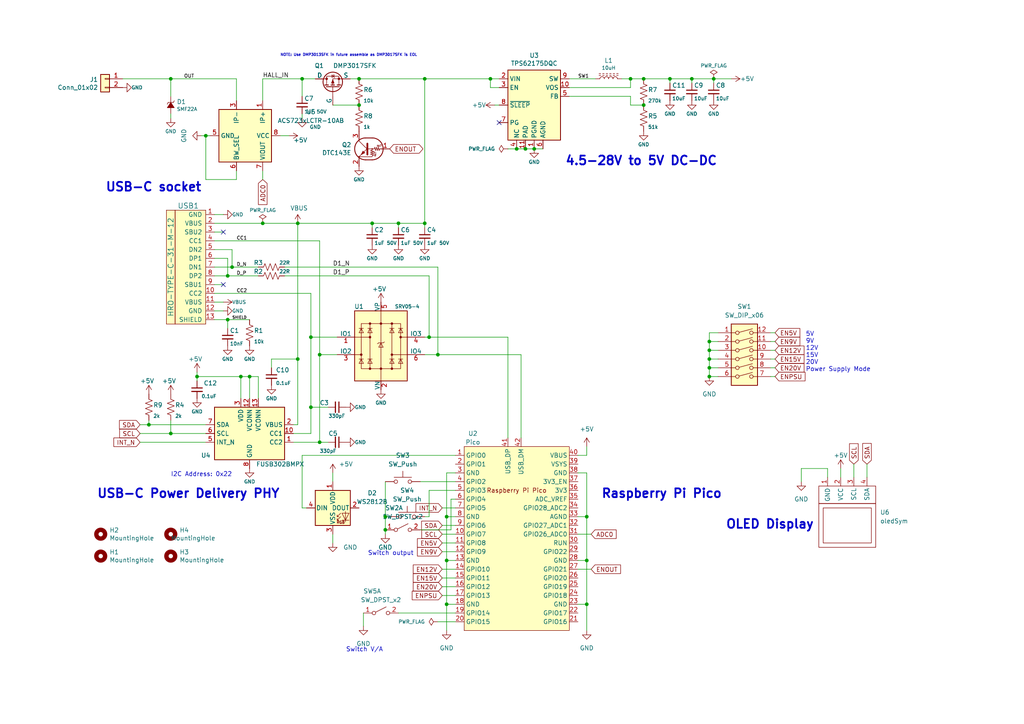
<source format=kicad_sch>
(kicad_sch (version 20230121) (generator eeschema)
  (paper "A4")
  (lib_symbols
    (symbol "-Chip:FUSB302BMPX"
      (property "Reference" "U" (at -10.16 8.89 0))
      (property "Value" "FUSB302BMPX" (at 3.81 8.89 0))
      (symbol "FUSB302BMPX_1_1"
        (pin bidirectional line (at 12.7 -2.54 180) (length 2.54) (name "CC2") (number "1"))
        (pin bidirectional line (at 12.7 0 180) (length 2.54) (name "CC1") (number "10"))
        (pin bidirectional line (at 12.7 0 180) (length 2.54) hide (name "CC1") (number "11"))
        (pin power_in line (at 0 10.16 270) (length 2.54) (name "VCONN") (number "12"))
        (pin power_in line (at 2.54 10.16 270) (length 2.54) (name "VCONN") (number "13"))
        (pin bidirectional line (at 12.7 -2.54 180) (length 2.54) hide (name "CC2") (number "14"))
        (pin passive line (at 0 -10.16 90) (length 2.54) hide (name "GND") (number "15"))
        (pin input line (at 12.7 2.54 180) (length 2.54) (name "VBUS") (number "2"))
        (pin power_in line (at -2.54 10.16 270) (length 2.54) (name "VDD") (number "3"))
        (pin passive line (at -2.54 10.16 270) (length 2.54) hide (name "VDD") (number "4"))
        (pin open_collector line (at -12.7 -2.54 0) (length 2.54) (name "INT_N") (number "5"))
        (pin input line (at -12.7 0 0) (length 2.54) (name "SCL") (number "6"))
        (pin bidirectional line (at -12.7 2.54 0) (length 2.54) (name "SDA") (number "7"))
        (pin power_in line (at 0 -10.16 90) (length 2.54) (name "GND") (number "8"))
        (pin passive line (at 0 -10.16 90) (length 2.54) hide (name "GND") (number "9"))
      )
    )
    (symbol "-Chip:SRV05-4" (pin_names (offset 0))
      (property "Reference" "U" (at -5.08 11.43 0))
      (property "Value" "SRV05-4" (at 2.54 11.43 0))
      (symbol "SRV05-4_1_1"
        (pin passive line (at -12.7 2.54 0) (length 5.08) (name "IO1") (number "1"))
        (pin power_in line (at 0 -12.7 90) (length 2.54) (name "VN") (number "2"))
        (pin passive line (at -12.7 -2.54 0) (length 5.08) (name "IO2") (number "3"))
        (pin passive line (at 12.7 2.54 180) (length 5.08) (name "IO3") (number "4"))
        (pin power_in line (at 0 12.7 270) (length 2.54) (name "VP") (number "5"))
        (pin passive line (at 12.7 -2.54 180) (length 5.08) (name "IO4") (number "6"))
      )
    )
    (symbol "-Chip:TPS62175DQC"
      (property "Reference" "U" (at -7.62 11.43 0))
      (property "Value" "TPS62175DQC" (at -1.27 11.43 0))
      (symbol "TPS62175DQC_1_1"
        (pin power_in line (at 0 -12.7 90) (length 2.54) (name "PGND") (number "1"))
        (pin input line (at 10.16 5.08 180) (length 2.54) (name "VOS") (number "10"))
        (pin power_in line (at -2.54 -12.7 90) (length 2.54) (name "PAD") (number "11"))
        (pin power_in line (at -10.16 7.62 0) (length 2.54) (name "VIN") (number "2"))
        (pin input line (at -10.16 5.08 0) (length 2.54) (name "EN") (number "3"))
        (pin passive line (at -5.08 -12.7 90) (length 2.54) (name "NC") (number "4"))
        (pin input line (at 10.16 2.54 180) (length 2.54) (name "FB") (number "5"))
        (pin power_in line (at 2.54 -12.7 90) (length 2.54) (name "AGND") (number "6"))
        (pin output line (at -10.16 -5.08 0) (length 2.54) (name "PG") (number "7"))
        (pin input line (at -10.16 0 0) (length 2.54) (name "~{SLEEP}") (number "8"))
        (pin power_out line (at 10.16 7.62 180) (length 2.54) (name "SW") (number "9"))
      )
    )
    (symbol "-Connector:Conn_01x02" (pin_names (offset 1.016) hide)
      (property "Reference" "J" (at 0 2.54 0))
      (property "Value" "Conn_01x02" (at 0 -5.08 0))
      (symbol "Conn_01x02_1_1"
        (pin passive line (at -5.08 0 0) (length 3.81) (name "Pin_1") (number "1"))
        (pin passive line (at -5.08 -2.54 0) (length 3.81) (name "Pin_2") (number "2"))
      )
    )
    (symbol "-Connector:HRO-TYPE-C-31-M-12" (pin_names (offset 1.016))
      (property "Reference" "USB" (at -5.08 16.51 0))
      (property "Value" "HRO-TYPE-C-31-M-12" (at -10.16 -1.27 90))
      (symbol "HRO-TYPE-C-31-M-12_1_1"
        (pin input line (at 2.54 13.97 180) (length 2.54) (name "GND") (number "1"))
        (pin input line (at 2.54 -8.89 180) (length 2.54) (name "CC2") (number "10"))
        (pin input line (at 2.54 -11.43 180) (length 2.54) (name "VBUS") (number "11"))
        (pin input line (at 2.54 -13.97 180) (length 2.54) (name "GND") (number "12"))
        (pin input line (at 2.54 -16.51 180) (length 2.54) (name "SHIELD") (number "13"))
        (pin input line (at 2.54 11.43 180) (length 2.54) (name "VBUS") (number "2"))
        (pin input line (at 2.54 8.89 180) (length 2.54) (name "SBU2") (number "3"))
        (pin input line (at 2.54 6.35 180) (length 2.54) (name "CC1") (number "4"))
        (pin input line (at 2.54 3.81 180) (length 2.54) (name "DN2") (number "5"))
        (pin input line (at 2.54 1.27 180) (length 2.54) (name "DP1") (number "6"))
        (pin input line (at 2.54 -1.27 180) (length 2.54) (name "DN1") (number "7"))
        (pin input line (at 2.54 -3.81 180) (length 2.54) (name "DP2") (number "8"))
        (pin input line (at 2.54 -6.35 180) (length 2.54) (name "SBU1") (number "9"))
      )
    )
    (symbol "-Connector:MountingHole" (pin_names (offset 1.016))
      (property "Reference" "H" (at 0 5.08 0))
      (property "Value" "MountingHole" (at 0 3.175 0))
    )
    (symbol "-Discrete:DMP3017SFK" (pin_numbers hide) (pin_names (offset 0))
      (property "Reference" "Q" (at 5.08 1.905 0))
      (property "Value" "DMP3017SFK" (at 5.08 0 0))
      (symbol "DMP3017SFK_1_1"
        (pin passive line (at 2.54 -5.08 90) (length 2.54) (name "S") (number "1"))
        (pin passive line (at 2.54 -5.08 90) (length 2.54) (name "S") (number "2"))
        (pin input line (at -5.08 0 0) (length 2.54) (name "G") (number "3"))
        (pin passive line (at 2.54 5.08 270) (length 2.54) (name "D") (number "4"))
        (pin passive line (at 2.54 5.08 270) (length 2.54) (name "D") (number "5"))
        (pin passive line (at 2.54 5.08 270) (length 2.54) (name "D") (number "6"))
      )
    )
    (symbol "-Discrete:DTC143E" (pin_names (offset 0) hide)
      (property "Reference" "Q" (at 5.08 1.905 0))
      (property "Value" "DTC143E" (at 5.08 0 0))
      (symbol "DTC143E_0_0"
        (text "4k7" (at -3.302 0.889 0) (effects (font (size 0.508 0.508))))
        (text "4k7" (at -2.159 -1.524 900) (effects (font (size 0.508 0.508))))
      )
      (symbol "DTC143E_1_1"
        (pin input line (at -6.35 0 0) (length 2.54) (name "B") (number "1"))
        (pin passive line (at 2.54 -5.08 90) (length 2.54) (name "E") (number "2"))
        (pin passive line (at 2.54 5.08 270) (length 2.54) (name "C") (number "3"))
      )
    )
    (symbol "-Discrete:Diode_TVS" (pin_numbers hide) (pin_names (offset 0.254) hide)
      (property "Reference" "D" (at 1.27 1.27 0))
      (property "Value" "Diode_TVS" (at 1.27 -1.27 0))
      (symbol "Diode_TVS_1_1"
        (pin passive line (at 0 2.54 270) (length 1.778) (name "K") (number "1"))
        (pin passive line (at 0 -2.54 90) (length 1.778) (name "A") (number "2"))
      )
    )
    (symbol "-Flag:+5V" (power) (pin_names (offset 0))
      (property "Value" "+5V" (at 0 3.556 0))
      (symbol "+5V_1_1"
        (pin power_in line (at 0 0 90) (length 0) hide (name "+5V") (number "1"))
      )
    )
    (symbol "-Flag:GND" (power) (pin_names (offset 0))
      (property "Value" "GND" (at 0 -3.81 0))
      (symbol "GND_1_1"
        (pin power_in line (at 0 0 270) (length 0) hide (name "GND") (number "1"))
      )
    )
    (symbol "-Flag:PWR_FLAG" (power) (pin_numbers hide) (pin_names (offset 0) hide)
      (property "Value" "PWR_FLAG" (at 0 3.81 0))
      (symbol "PWR_FLAG_0_0"
        (pin power_out line (at 0 0 90) (length 0) (name "pwr") (number "1"))
      )
    )
    (symbol "-Flag:VBUS" (power) (pin_names (offset 0))
      (property "Value" "VBUS" (at 0 -3.81 0))
      (symbol "VBUS_1_1"
        (pin power_in line (at 0 0 90) (length 0) hide (name "VBUS") (number "1"))
      )
    )
    (symbol "-Passive:C" (pin_numbers hide) (pin_names (offset 0.254) hide)
      (property "Reference" "C" (at 0.254 1.778 0))
      (property "Value" "C" (at 0.254 -2.032 0))
      (symbol "C_1_1"
        (pin passive line (at 0 2.54 270) (length 2.032) (name "~") (number "1"))
        (pin passive line (at 0 -2.54 90) (length 2.032) (name "~") (number "2"))
      )
    )
    (symbol "-Passive:L_cored" (pin_numbers hide) (pin_names (offset 1.016) hide)
      (property "Reference" "L" (at 0 -1.27 0))
      (property "Value" "L_cored" (at 0 2.54 0))
      (symbol "L_cored_1_1"
        (pin passive line (at -3.81 0 0) (length 1.27) (name "1") (number "1"))
        (pin passive line (at 3.81 0 180) (length 1.27) (name "2") (number "2"))
      )
    )
    (symbol "-Passive:R" (pin_numbers hide) (pin_names (offset 0))
      (property "Reference" "R" (at 2.54 1.27 0))
      (property "Value" "R" (at 3.81 -2.54 0))
      (symbol "R_1_1"
        (pin passive line (at 0 3.81 270) (length 1.27) (name "~") (number "1"))
        (pin passive line (at 0 -3.81 90) (length 1.27) (name "~") (number "2"))
      )
    )
    (symbol "LED:WS2812B" (pin_names (offset 0.254))
      (property "Reference" "D" (at 5.08 5.715 0))
      (property "Value" "WS2812B" (at 1.27 -5.715 0))
      (symbol "WS2812B_0_0"
        (text "RGB" (at 2.286 -4.191 0) (effects (font (size 0.762 0.762))))
      )
      (symbol "WS2812B_1_1"
        (pin power_in line (at 0 7.62 270) (length 2.54) (name "VDD") (number "1"))
        (pin output line (at 7.62 0 180) (length 2.54) (name "DOUT") (number "2"))
        (pin power_in line (at 0 -7.62 90) (length 2.54) (name "VSS") (number "3"))
        (pin input line (at -7.62 0 0) (length 2.54) (name "DIN") (number "4"))
      )
    )
    (symbol "MCU_RaspberryPi_and_Boards:Pico"
      (property "Reference" "U" (at -13.97 27.94 0))
      (property "Value" "Pico" (at 0 11.43 0))
      (symbol "Pico_0_0"
        (text "Raspberry Pi Pico" (at 0 13.97 0) (effects (font (size 1.27 1.27))))
      )
      (symbol "Pico_1_1"
        (pin bidirectional line (at -17.78 24.13 0) (length 2.54) (name "GPIO0") (number "1"))
        (pin bidirectional line (at -17.78 1.27 0) (length 2.54) (name "GPIO7") (number "10"))
        (pin bidirectional line (at -17.78 -1.27 0) (length 2.54) (name "GPIO8") (number "11"))
        (pin bidirectional line (at -17.78 -3.81 0) (length 2.54) (name "GPIO9") (number "12"))
        (pin power_in line (at -17.78 -6.35 0) (length 2.54) (name "GND") (number "13"))
        (pin bidirectional line (at -17.78 -8.89 0) (length 2.54) (name "GPIO10") (number "14"))
        (pin bidirectional line (at -17.78 -11.43 0) (length 2.54) (name "GPIO11") (number "15"))
        (pin bidirectional line (at -17.78 -13.97 0) (length 2.54) (name "GPIO12") (number "16"))
        (pin bidirectional line (at -17.78 -16.51 0) (length 2.54) (name "GPIO13") (number "17"))
        (pin power_in line (at -17.78 -19.05 0) (length 2.54) (name "GND") (number "18"))
        (pin bidirectional line (at -17.78 -21.59 0) (length 2.54) (name "GPIO14") (number "19"))
        (pin bidirectional line (at -17.78 21.59 0) (length 2.54) (name "GPIO1") (number "2"))
        (pin bidirectional line (at -17.78 -24.13 0) (length 2.54) (name "GPIO15") (number "20"))
        (pin bidirectional line (at 17.78 -24.13 180) (length 2.54) (name "GPIO16") (number "21"))
        (pin bidirectional line (at 17.78 -21.59 180) (length 2.54) (name "GPIO17") (number "22"))
        (pin power_in line (at 17.78 -19.05 180) (length 2.54) (name "GND") (number "23"))
        (pin bidirectional line (at 17.78 -16.51 180) (length 2.54) (name "GPIO18") (number "24"))
        (pin bidirectional line (at 17.78 -13.97 180) (length 2.54) (name "GPIO19") (number "25"))
        (pin bidirectional line (at 17.78 -11.43 180) (length 2.54) (name "GPIO20") (number "26"))
        (pin bidirectional line (at 17.78 -8.89 180) (length 2.54) (name "GPIO21") (number "27"))
        (pin power_in line (at 17.78 -6.35 180) (length 2.54) (name "GND") (number "28"))
        (pin bidirectional line (at 17.78 -3.81 180) (length 2.54) (name "GPIO22") (number "29"))
        (pin power_in line (at -17.78 19.05 0) (length 2.54) (name "GND") (number "3"))
        (pin input line (at 17.78 -1.27 180) (length 2.54) (name "RUN") (number "30"))
        (pin bidirectional line (at 17.78 1.27 180) (length 2.54) (name "GPIO26_ADC0") (number "31"))
        (pin bidirectional line (at 17.78 3.81 180) (length 2.54) (name "GPIO27_ADC1") (number "32"))
        (pin power_in line (at 17.78 6.35 180) (length 2.54) (name "AGND") (number "33"))
        (pin bidirectional line (at 17.78 8.89 180) (length 2.54) (name "GPIO28_ADC2") (number "34"))
        (pin power_in line (at 17.78 11.43 180) (length 2.54) (name "ADC_VREF") (number "35"))
        (pin power_in line (at 17.78 13.97 180) (length 2.54) (name "3V3") (number "36"))
        (pin input line (at 17.78 16.51 180) (length 2.54) (name "3V3_EN") (number "37"))
        (pin bidirectional line (at 17.78 19.05 180) (length 2.54) (name "GND") (number "38"))
        (pin power_in line (at 17.78 21.59 180) (length 2.54) (name "VSYS") (number "39"))
        (pin bidirectional line (at -17.78 16.51 0) (length 2.54) (name "GPIO2") (number "4"))
        (pin power_in line (at 17.78 24.13 180) (length 2.54) (name "VBUS") (number "40"))
        (pin bidirectional line (at -2.54 29.21 270) (length 2.54) (name "USB_DP") (number "41"))
        (pin bidirectional line (at 1.27 29.21 270) (length 2.54) (name "USB_DM") (number "42"))
        (pin bidirectional line (at -17.78 13.97 0) (length 2.54) (name "GPIO3") (number "5"))
        (pin bidirectional line (at -17.78 11.43 0) (length 2.54) (name "GPIO4") (number "6"))
        (pin bidirectional line (at -17.78 8.89 0) (length 2.54) (name "GPIO5") (number "7"))
        (pin power_in line (at -17.78 6.35 0) (length 2.54) (name "GND") (number "8"))
        (pin bidirectional line (at -17.78 3.81 0) (length 2.54) (name "GPIO6") (number "9"))
      )
    )
    (symbol "Sensor_Current:ACS723xLCTR-10AB"
      (property "Reference" "U" (at 2.54 11.43 0))
      (property "Value" "ACS723xLCTR-10AB" (at 2.54 8.89 0))
      (symbol "ACS723xLCTR-10AB_1_1"
        (pin passive line (at -10.16 5.08 0) (length 2.54) (name "IP+") (number "1"))
        (pin passive line (at -10.16 5.08 0) (length 2.54) hide (name "IP+") (number "2"))
        (pin passive line (at -10.16 -2.54 0) (length 2.54) (name "IP-") (number "3"))
        (pin passive line (at -10.16 -2.54 0) (length 2.54) hide (name "IP-") (number "4"))
        (pin power_in line (at 0 -10.16 90) (length 2.54) (name "GND") (number "5"))
        (pin input line (at 10.16 -2.54 180) (length 2.54) (name "BW_SEL") (number "6"))
        (pin output line (at 10.16 5.08 180) (length 2.54) (name "VIOUT") (number "7"))
        (pin power_in line (at 0 10.16 270) (length 2.54) (name "VCC") (number "8"))
      )
    )
    (symbol "Switch:SW_DIP_x06" (pin_names (offset 0) hide)
      (property "Reference" "SW" (at 0 11.43 0))
      (property "Value" "SW_DIP_x06" (at 0 -8.89 0))
      (symbol "SW_DIP_x06_1_1"
        (pin passive line (at -7.62 7.62 0) (length 5.08) (name "~") (number "1"))
        (pin passive line (at 7.62 2.54 180) (length 5.08) (name "~") (number "10"))
        (pin passive line (at 7.62 5.08 180) (length 5.08) (name "~") (number "11"))
        (pin passive line (at 7.62 7.62 180) (length 5.08) (name "~") (number "12"))
        (pin passive line (at -7.62 5.08 0) (length 5.08) (name "~") (number "2"))
        (pin passive line (at -7.62 2.54 0) (length 5.08) (name "~") (number "3"))
        (pin passive line (at -7.62 0 0) (length 5.08) (name "~") (number "4"))
        (pin passive line (at -7.62 -2.54 0) (length 5.08) (name "~") (number "5"))
        (pin passive line (at -7.62 -5.08 0) (length 5.08) (name "~") (number "6"))
        (pin passive line (at 7.62 -5.08 180) (length 5.08) (name "~") (number "7"))
        (pin passive line (at 7.62 -2.54 180) (length 5.08) (name "~") (number "8"))
        (pin passive line (at 7.62 0 180) (length 5.08) (name "~") (number "9"))
      )
    )
    (symbol "Switch:SW_DPST_x2" (pin_names (offset 0) hide)
      (property "Reference" "SW" (at 0 3.175 0))
      (property "Value" "SW_DPST_x2" (at 0 -2.54 0))
      (symbol "SW_DPST_x2_1_1"
        (pin passive line (at -5.08 0 0) (length 2.54) (name "A") (number "1"))
        (pin passive line (at 5.08 0 180) (length 2.54) (name "B") (number "2"))
      )
      (symbol "SW_DPST_x2_2_1"
        (pin passive line (at -5.08 0 0) (length 2.54) (name "A") (number "3"))
        (pin passive line (at 5.08 0 180) (length 2.54) (name "B") (number "4"))
      )
    )
    (symbol "Switch:SW_Push" (pin_numbers hide) (pin_names (offset 1.016) hide)
      (property "Reference" "SW" (at 1.27 2.54 0))
      (property "Value" "SW_Push" (at 0 -1.524 0))
      (symbol "SW_Push_0_1"
        (pin passive line (at -5.08 0 0) (length 2.54) (name "1") (number "1"))
        (pin passive line (at 5.08 0 180) (length 2.54) (name "2") (number "2"))
      )
    )
    (symbol "oledSym_1"
      (property "Reference" "U" (at -7.62 2.54 0))
      (property "Value" "oledSym_1" (at 0 10.16 0))
      (symbol "oledSym_1_1_1"
        (pin input line (at -5.08 3.81 270) (length 2.54) (name "GND") (number "1"))
        (pin input line (at -1.27 3.81 270) (length 2.54) (name "VCC") (number "2"))
        (pin input line (at 2.54 3.81 270) (length 2.54) (name "SCL") (number "3"))
        (pin input line (at 6.35 3.81 270) (length 2.54) (name "SDA") (number "4"))
      )
    )
  )
  (junction (at 186.69 22.86))
  (junction (at 69.85 109.22))
  (junction (at 111.76 153.67))
  (junction (at 86.36 104.14))
  (junction (at 115.57 64.77))
  (junction (at 170.18 149.86))
  (junction (at 194.31 22.86))
  (junction (at 111.76 149.86))
  (junction (at 205.74 109.22))
  (junction (at 104.14 22.86))
  (junction (at 123.19 64.77))
  (junction (at 149.86 43.18))
  (junction (at 43.18 123.19))
  (junction (at 205.74 99.06))
  (junction (at 66.04 92.71))
  (junction (at 129.54 149.86))
  (junction (at 104.14 30.48))
  (junction (at 76.2 64.77))
  (junction (at 124.46 97.79))
  (junction (at 123.19 22.86))
  (junction (at 90.17 97.79))
  (junction (at 205.74 104.14))
  (junction (at 59.69 39.37))
  (junction (at 205.74 101.6))
  (junction (at 205.74 106.68))
  (junction (at 92.71 102.87))
  (junction (at 186.69 30.48))
  (junction (at 49.53 125.73))
  (junction (at 129.54 162.56))
  (junction (at 90.17 118.11))
  (junction (at 92.71 128.27))
  (junction (at 57.15 109.22))
  (junction (at 129.54 175.26))
  (junction (at 142.24 22.86))
  (junction (at 152.4 43.18))
  (junction (at 66.04 80.01))
  (junction (at 86.36 64.77))
  (junction (at 170.18 162.56))
  (junction (at 127 102.87))
  (junction (at 207.01 22.86))
  (junction (at 72.39 109.22))
  (junction (at 49.53 22.86))
  (junction (at 154.94 43.18))
  (junction (at 200.66 22.86))
  (junction (at 170.18 175.26))
  (junction (at 182.88 22.86))
  (junction (at 67.31 77.47))
  (junction (at 107.95 64.77))
  (junction (at 87.63 22.86))
  (no_connect (at 64.77 67.31))
  (no_connect (at 144.78 35.56))
  (no_connect (at 64.77 82.55))
  (wire (pts (xy 49.53 125.73) (xy 40.64 125.73)))
  (wire (pts (xy 205.74 106.68) (xy 208.28 106.68)))
  (wire (pts (xy 67.31 72.39) (xy 67.31 77.47)))
  (wire (pts (xy 128.27 172.72) (xy 132.08 172.72)))
  (wire (pts (xy 111.76 149.86) (xy 113.03 149.86)))
  (wire (pts (xy 49.53 121.92) (xy 49.53 125.73)))
  (wire (pts (xy 129.54 149.86) (xy 129.54 137.16)))
  (wire (pts (xy 182.88 25.4) (xy 182.88 22.86)))
  (wire (pts (xy 129.54 175.26) (xy 129.54 182.88)))
  (wire (pts (xy 165.1 25.4) (xy 182.88 25.4)))
  (wire (pts (xy 223.52 96.52) (xy 224.79 96.52)))
  (wire (pts (xy 207.01 22.86) (xy 207.01 24.13)))
  (wire (pts (xy 86.36 64.77) (xy 107.95 64.77)))
  (wire (pts (xy 74.93 109.22) (xy 74.93 115.57)))
  (wire (pts (xy 62.23 92.71) (xy 66.04 92.71)))
  (wire (pts (xy 194.31 24.13) (xy 194.31 22.86)))
  (wire (pts (xy 87.63 22.86) (xy 91.44 22.86)))
  (wire (pts (xy 123.19 66.04) (xy 123.19 64.77)))
  (wire (pts (xy 86.36 104.14) (xy 86.36 64.77)))
  (wire (pts (xy 115.57 64.77) (xy 123.19 64.77)))
  (wire (pts (xy 68.58 49.53) (xy 68.58 52.07)))
  (wire (pts (xy 43.18 121.92) (xy 43.18 123.19)))
  (wire (pts (xy 223.52 104.14) (xy 224.79 104.14)))
  (wire (pts (xy 243.84 135.89) (xy 243.84 138.43)))
  (wire (pts (xy 66.04 74.93) (xy 66.04 80.01)))
  (wire (pts (xy 223.52 101.6) (xy 224.79 101.6)))
  (wire (pts (xy 170.18 175.26) (xy 170.18 162.56)))
  (wire (pts (xy 151.13 102.87) (xy 151.13 127)))
  (wire (pts (xy 144.78 22.86) (xy 142.24 22.86)))
  (wire (pts (xy 205.74 106.68) (xy 205.74 109.22)))
  (wire (pts (xy 90.17 118.11) (xy 90.17 97.79)))
  (wire (pts (xy 82.55 77.47) (xy 127 77.47)))
  (wire (pts (xy 147.32 97.79) (xy 147.32 127)))
  (wire (pts (xy 128.27 160.02) (xy 132.08 160.02)))
  (wire (pts (xy 62.23 64.77) (xy 76.2 64.77)))
  (wire (pts (xy 129.54 149.86) (xy 129.54 162.56)))
  (wire (pts (xy 182.88 22.86) (xy 186.69 22.86)))
  (wire (pts (xy 96.52 30.48) (xy 104.14 30.48)))
  (wire (pts (xy 59.69 125.73) (xy 49.53 125.73)))
  (wire (pts (xy 223.52 109.22) (xy 224.79 109.22)))
  (wire (pts (xy 62.23 85.09) (xy 90.17 85.09)))
  (wire (pts (xy 251.46 134.62) (xy 251.46 138.43)))
  (wire (pts (xy 62.23 80.01) (xy 66.04 80.01)))
  (wire (pts (xy 87.63 22.86) (xy 76.2 22.86)))
  (wire (pts (xy 128.27 154.94) (xy 132.08 154.94)))
  (wire (pts (xy 76.2 22.86) (xy 76.2 29.21)))
  (wire (pts (xy 205.74 109.22) (xy 208.28 109.22)))
  (wire (pts (xy 182.88 30.48) (xy 182.88 27.94)))
  (wire (pts (xy 66.04 95.25) (xy 66.04 92.71)))
  (wire (pts (xy 223.52 99.06) (xy 224.79 99.06)))
  (wire (pts (xy 115.57 66.04) (xy 115.57 64.77)))
  (wire (pts (xy 49.53 27.94) (xy 49.53 22.86)))
  (wire (pts (xy 205.74 96.52) (xy 208.28 96.52)))
  (wire (pts (xy 64.77 87.63) (xy 62.23 87.63)))
  (wire (pts (xy 78.74 104.14) (xy 86.36 104.14)))
  (wire (pts (xy 59.69 52.07) (xy 59.69 39.37)))
  (wire (pts (xy 64.77 62.23) (xy 62.23 62.23)))
  (wire (pts (xy 128.27 170.18) (xy 132.08 170.18)))
  (wire (pts (xy 194.31 22.86) (xy 200.66 22.86)))
  (wire (pts (xy 92.71 128.27) (xy 85.09 128.27)))
  (wire (pts (xy 69.85 109.22) (xy 69.85 115.57)))
  (wire (pts (xy 64.77 90.17) (xy 62.23 90.17)))
  (wire (pts (xy 124.46 142.24) (xy 132.08 142.24)))
  (wire (pts (xy 57.15 109.22) (xy 57.15 107.95)))
  (wire (pts (xy 128.27 152.4) (xy 132.08 152.4)))
  (wire (pts (xy 62.23 77.47) (xy 67.31 77.47)))
  (wire (pts (xy 205.74 99.06) (xy 208.28 99.06)))
  (wire (pts (xy 129.54 162.56) (xy 132.08 162.56)))
  (wire (pts (xy 115.57 177.8) (xy 132.08 177.8)))
  (wire (pts (xy 83.82 39.37) (xy 81.28 39.37)))
  (wire (pts (xy 49.53 33.02) (xy 49.53 34.29)))
  (wire (pts (xy 82.55 80.01) (xy 124.46 80.01)))
  (wire (pts (xy 49.53 22.86) (xy 68.58 22.86)))
  (wire (pts (xy 74.93 80.01) (xy 66.04 80.01)))
  (wire (pts (xy 69.85 109.22) (xy 72.39 109.22)))
  (wire (pts (xy 121.92 153.67) (xy 130.81 153.67)))
  (wire (pts (xy 123.19 97.79) (xy 124.46 97.79)))
  (wire (pts (xy 152.4 43.18) (xy 154.94 43.18)))
  (wire (pts (xy 97.79 102.87) (xy 92.71 102.87)))
  (wire (pts (xy 92.71 102.87) (xy 92.71 69.85)))
  (wire (pts (xy 182.88 30.48) (xy 186.69 30.48)))
  (wire (pts (xy 165.1 27.94) (xy 182.88 27.94)))
  (wire (pts (xy 87.63 147.32) (xy 88.9 147.32)))
  (wire (pts (xy 64.77 82.55) (xy 62.23 82.55)))
  (wire (pts (xy 87.63 34.29) (xy 87.63 33.02)))
  (wire (pts (xy 87.63 132.08) (xy 87.63 147.32)))
  (wire (pts (xy 232.41 135.89) (xy 232.41 139.7)))
  (wire (pts (xy 90.17 125.73) (xy 90.17 118.11)))
  (wire (pts (xy 97.79 97.79) (xy 90.17 97.79)))
  (wire (pts (xy 223.52 106.68) (xy 224.79 106.68)))
  (wire (pts (xy 129.54 175.26) (xy 132.08 175.26)))
  (wire (pts (xy 200.66 24.13) (xy 200.66 22.86)))
  (wire (pts (xy 85.09 123.19) (xy 86.36 123.19)))
  (wire (pts (xy 57.15 109.22) (xy 57.15 110.49)))
  (wire (pts (xy 144.78 25.4) (xy 142.24 25.4)))
  (wire (pts (xy 205.74 96.52) (xy 205.74 99.06)))
  (wire (pts (xy 105.41 177.8) (xy 105.41 181.61)))
  (wire (pts (xy 59.69 123.19) (xy 43.18 123.19)))
  (wire (pts (xy 128.27 147.32) (xy 132.08 147.32)))
  (wire (pts (xy 240.03 135.89) (xy 232.41 135.89)))
  (wire (pts (xy 68.58 29.21) (xy 68.58 22.86)))
  (wire (pts (xy 111.76 153.67) (xy 111.76 154.94)))
  (wire (pts (xy 167.64 132.08) (xy 170.18 132.08)))
  (wire (pts (xy 95.25 118.11) (xy 90.17 118.11)))
  (wire (pts (xy 128.27 157.48) (xy 132.08 157.48)))
  (wire (pts (xy 149.86 43.18) (xy 152.4 43.18)))
  (wire (pts (xy 124.46 80.01) (xy 124.46 97.79)))
  (wire (pts (xy 92.71 102.87) (xy 92.71 128.27)))
  (wire (pts (xy 40.64 128.27) (xy 59.69 128.27)))
  (wire (pts (xy 85.09 125.73) (xy 90.17 125.73)))
  (wire (pts (xy 123.19 22.86) (xy 142.24 22.86)))
  (wire (pts (xy 96.52 137.16) (xy 96.52 139.7)))
  (wire (pts (xy 124.46 149.86) (xy 124.46 142.24)))
  (wire (pts (xy 149.86 43.18) (xy 147.32 43.18)))
  (wire (pts (xy 144.78 30.48) (xy 143.51 30.48)))
  (wire (pts (xy 78.74 106.68) (xy 78.74 104.14)))
  (wire (pts (xy 62.23 72.39) (xy 67.31 72.39)))
  (wire (pts (xy 96.52 154.94) (xy 96.52 157.48)))
  (wire (pts (xy 111.76 139.7) (xy 111.76 149.86)))
  (wire (pts (xy 170.18 162.56) (xy 170.18 149.86)))
  (wire (pts (xy 167.64 175.26) (xy 170.18 175.26)))
  (wire (pts (xy 72.39 109.22) (xy 72.39 115.57)))
  (wire (pts (xy 129.54 175.26) (xy 129.54 162.56)))
  (wire (pts (xy 167.64 154.94) (xy 171.45 154.94)))
  (wire (pts (xy 207.01 22.86) (xy 212.09 22.86)))
  (wire (pts (xy 68.58 52.07) (xy 59.69 52.07)))
  (wire (pts (xy 167.64 162.56) (xy 170.18 162.56)))
  (wire (pts (xy 107.95 66.04) (xy 107.95 64.77)))
  (wire (pts (xy 167.64 149.86) (xy 170.18 149.86)))
  (wire (pts (xy 87.63 27.94) (xy 87.63 22.86)))
  (wire (pts (xy 76.2 64.77) (xy 86.36 64.77)))
  (wire (pts (xy 64.77 67.31) (xy 62.23 67.31)))
  (wire (pts (xy 240.03 138.43) (xy 240.03 135.89)))
  (wire (pts (xy 57.15 109.22) (xy 69.85 109.22)))
  (wire (pts (xy 129.54 149.86) (xy 132.08 149.86)))
  (wire (pts (xy 87.63 132.08) (xy 132.08 132.08)))
  (wire (pts (xy 121.92 139.7) (xy 132.08 139.7)))
  (wire (pts (xy 43.18 123.19) (xy 40.64 123.19)))
  (wire (pts (xy 67.31 77.47) (xy 74.93 77.47)))
  (wire (pts (xy 128.27 167.64) (xy 132.08 167.64)))
  (wire (pts (xy 167.64 165.1) (xy 171.45 165.1)))
  (wire (pts (xy 60.96 39.37) (xy 59.69 39.37)))
  (wire (pts (xy 127 180.34) (xy 132.08 180.34)))
  (wire (pts (xy 182.88 22.86) (xy 180.34 22.86)))
  (wire (pts (xy 170.18 182.88) (xy 170.18 175.26)))
  (wire (pts (xy 72.39 109.22) (xy 74.93 109.22)))
  (wire (pts (xy 170.18 132.08) (xy 170.18 129.54)))
  (wire (pts (xy 200.66 22.86) (xy 207.01 22.86)))
  (wire (pts (xy 124.46 97.79) (xy 147.32 97.79)))
  (wire (pts (xy 59.69 39.37) (xy 58.42 39.37)))
  (wire (pts (xy 62.23 69.85) (xy 92.71 69.85)))
  (wire (pts (xy 130.81 144.78) (xy 132.08 144.78)))
  (wire (pts (xy 170.18 137.16) (xy 167.64 137.16)))
  (wire (pts (xy 86.36 123.19) (xy 86.36 104.14)))
  (wire (pts (xy 186.69 22.86) (xy 194.31 22.86)))
  (wire (pts (xy 205.74 104.14) (xy 208.28 104.14)))
  (wire (pts (xy 101.6 22.86) (xy 104.14 22.86)))
  (wire (pts (xy 142.24 25.4) (xy 142.24 22.86)))
  (wire (pts (xy 72.39 92.71) (xy 66.04 92.71)))
  (wire (pts (xy 111.76 149.86) (xy 111.76 153.67)))
  (wire (pts (xy 129.54 137.16) (xy 132.08 137.16)))
  (wire (pts (xy 127 102.87) (xy 151.13 102.87)))
  (wire (pts (xy 170.18 149.86) (xy 170.18 137.16)))
  (wire (pts (xy 104.14 22.86) (xy 123.19 22.86)))
  (wire (pts (xy 123.19 22.86) (xy 123.19 64.77)))
  (wire (pts (xy 123.19 102.87) (xy 127 102.87)))
  (wire (pts (xy 130.81 153.67) (xy 130.81 144.78)))
  (wire (pts (xy 90.17 97.79) (xy 90.17 85.09)))
  (wire (pts (xy 76.2 49.53) (xy 76.2 52.07)))
  (wire (pts (xy 95.25 128.27) (xy 92.71 128.27)))
  (wire (pts (xy 62.23 74.93) (xy 66.04 74.93)))
  (wire (pts (xy 205.74 99.06) (xy 205.74 101.6)))
  (wire (pts (xy 35.56 22.86) (xy 49.53 22.86)))
  (wire (pts (xy 205.74 101.6) (xy 208.28 101.6)))
  (wire (pts (xy 165.1 22.86) (xy 172.72 22.86)))
  (wire (pts (xy 107.95 64.77) (xy 115.57 64.77)))
  (wire (pts (xy 154.94 43.18) (xy 157.48 43.18)))
  (wire (pts (xy 205.74 104.14) (xy 205.74 106.68)))
  (wire (pts (xy 247.65 134.62) (xy 247.65 138.43)))
  (wire (pts (xy 123.19 149.86) (xy 124.46 149.86)))
  (wire (pts (xy 127 77.47) (xy 127 102.87)))
  (wire (pts (xy 128.27 165.1) (xy 132.08 165.1)))
  (wire (pts (xy 205.74 101.6) (xy 205.74 104.14)))
  (text "Switch V/A" (at 100.33 189.23 0) (effects (font (size 1.27 1.27)) (justify left bottom)))
  (text "5V\n9V\n12V\n15V\n20V\nPower Supply Mode" (at 233.68 107.95 0) (effects (font (size 1.27 1.27)) (justify left bottom)))
  (text "I2C Address: 0x22" (at 49.53 138.43 0) (effects (font (size 1.27 1.27)) (justify left bottom)))
  (text "Switch output" (at 106.68 161.29 0) (effects (font (size 1.27 1.27)) (justify left bottom)))
  (text "OLED Display\n" (at 236.22 153.67 0) (effects (font (size 2.54 2.54) (thickness 0.508) bold) (justify right bottom)))
  (text "Raspberry Pi Pico\n" (at 209.55 144.78 0) (effects (font (size 2.54 2.54) (thickness 0.508) bold) (justify right bottom)))
  (text "4.5-28V to 5V DC-DC" (at 163.83 48.26 0) (effects (font (size 2.54 2.54) (thickness 0.508) bold) (justify left bottom)))
  (text "USB-C Power Delivery PHY" (at 81.28 144.78 0) (effects (font (size 2.54 2.54) (thickness 0.508) bold) (justify right bottom)))
  (text "NOTE: Use DMP3013SFK in future assemble as DMP3017SFK is EOL" (at 81.28 16.51 0) (effects (font (size 0.762 0.762)) (justify left bottom)))
  (text "USB-C socket" (at 30.48 55.88 0) (effects (font (size 2.54 2.54) (thickness 0.508) bold) (justify left bottom)))
  (label "OUT" (at 53.34 22.86 0) (effects (font (size 0.9906 0.9906))))
  (label "D1_P" (at 96.52 80.01 0))
  (label "D_P" (at 68.58 80.01 0) (effects (font (size 0.9906 0.9906))))
  (label "SHIELD" (at 67.31 92.71 0) (effects (font (size 0.7874 0.7874))))
  (label "CC2" (at 68.58 85.09 0) (effects (font (size 0.9906 0.9906))))
  (label "HALL_IN" (at 76.2 22.86 0))
  (label "D_N" (at 68.58 77.47 0) (effects (font (size 0.9906 0.9906))))
  (label "SW1" (at 167.64 22.86 0) (effects (font (size 0.9906 0.9906))))
  (label "D1_N" (at 96.52 77.47 0))
  (label "CC1" (at 68.58 69.85 0) (effects (font (size 0.9906 0.9906))))
  (global_label "INT_N" (shape input) (at 40.64 128.27 180) (property "Intersheetrefs" "${INTERSHEET_REFS}" (effects hide)))
  (global_label "INT_N" (shape input) (at 128.27 147.32 180) (property "Intersheetrefs" "${INTERSHEET_REFS}" (effects hide)))
  (global_label "SCL" (shape input) (at 40.64 125.73 180) (property "Intersheetrefs" "${INTERSHEET_REFS}" (effects hide)))
  (global_label "EN20V" (shape input) (at 128.27 170.18 180) (property "Intersheetrefs" "${INTERSHEET_REFS}" (effects hide)))
  (global_label "EN12V" (shape input) (at 224.79 101.6 0) (property "Intersheetrefs" "${INTERSHEET_REFS}" (effects hide)))
  (global_label "EN9V" (shape input) (at 128.27 160.02 180) (property "Intersheetrefs" "${INTERSHEET_REFS}" (effects hide)))
  (global_label "ADC0" (shape input) (at 76.2 52.07 270) (property "Intersheetrefs" "${INTERSHEET_REFS}" (effects hide)))
  (global_label "EN20V" (shape input) (at 224.79 106.68 0) (property "Intersheetrefs" "${INTERSHEET_REFS}" (effects hide)))
  (global_label "SDA" (shape input) (at 251.46 134.62 90) (property "Intersheetrefs" "${INTERSHEET_REFS}" (effects hide)))
  (global_label "ENPSU" (shape input) (at 224.79 109.22 0) (property "Intersheetrefs" "${INTERSHEET_REFS}" (effects hide)))
  (global_label "EN9V" (shape input) (at 224.79 99.06 0) (property "Intersheetrefs" "${INTERSHEET_REFS}" (effects hide)))
  (global_label "EN15V" (shape input) (at 128.27 167.64 180) (property "Intersheetrefs" "${INTERSHEET_REFS}" (effects hide)))
  (global_label "SCL" (shape input) (at 128.27 154.94 180) (property "Intersheetrefs" "${INTERSHEET_REFS}" (effects hide)))
  (global_label "SDA" (shape input) (at 128.27 152.4 180) (property "Intersheetrefs" "${INTERSHEET_REFS}" (effects hide)))
  (global_label "SDA" (shape input) (at 40.64 123.19 180) (property "Intersheetrefs" "${INTERSHEET_REFS}" (effects hide)))
  (global_label "ADC0" (shape input) (at 171.45 154.94 0) (property "Intersheetrefs" "${INTERSHEET_REFS}" (effects hide)))
  (global_label "EN5V" (shape input) (at 128.27 157.48 180) (property "Intersheetrefs" "${INTERSHEET_REFS}" (effects hide)))
  (global_label "ENOUT" (shape input) (at 171.45 165.1 0) (property "Intersheetrefs" "${INTERSHEET_REFS}" (effects hide)))
  (global_label "EN5V" (shape input) (at 224.79 96.52 0) (property "Intersheetrefs" "${INTERSHEET_REFS}" (effects hide)))
  (global_label "ENPSU" (shape input) (at 128.27 172.72 180) (property "Intersheetrefs" "${INTERSHEET_REFS}" (effects hide)))
  (global_label "EN12V" (shape input) (at 128.27 165.1 180) (property "Intersheetrefs" "${INTERSHEET_REFS}" (effects hide)))
  (global_label "EN15V" (shape input) (at 224.79 104.14 0) (property "Intersheetrefs" "${INTERSHEET_REFS}" (effects hide)))
  (global_label "SCL" (shape input) (at 247.65 134.62 90) (property "Intersheetrefs" "${INTERSHEET_REFS}" (effects hide)))
  (global_label "ENOUT" (shape bidirectional) (at 113.03 43.18 0) (property "Intersheetrefs" "${INTERSHEET_REFS}" (effects hide)))
  (symbol (lib_id "-Chip:FUSB302BMPX") (at 72.39 125.73 0) (unit 1)
    (property "Reference" "U4" (at 59.69 132.08 0))
    (property "Value" "FUSB302BMPX" (at 81.28 134.62 0))
    (property "Footprint" "-Chip:WQFN-14-1EP_2.5x2.5mm_P0.5mm_EP1.45x1.45mm" (effects hide))
    (property "Datasheet" "http://www.onsemi.com/pub/Collateral/FUSB302B-D.PDF" (effects hide))
  )
  (symbol (lib_id "-Passive:C") (at 97.79 118.11 270) (unit 1)
    (property "Reference" "C3" (at 92.71 116.84 90) (effects (justify left)))
    (property "Value" "330pF" (at 95.25 120.65 90) (effects (font (size 1.016 1.016)) (justify left)))
    (property "Footprint" "Capacitor_SMD:C_0805_2012Metric" (effects hide))
  )
  (symbol (lib_id "-Passive:C") (at 97.79 128.27 270) (unit 1)
    (property "Reference" "C5" (at 95.25 125.73 90) (effects (justify left)))
    (property "Value" "330pF" (at 92.71 130.81 90) (effects (font (size 1.016 1.016)) (justify left)))
    (property "Footprint" "Capacitor_SMD:C_0805_2012Metric" (effects hide))
  )
  (symbol (lib_id "-Flag:GND") (at 100.33 128.27 90) (unit 1)
    (property "Reference" "#PWR051" (effects hide))
    (property "Value" "GND" (at 102.87 128.27 90) (effects (font (size 1.016 1.016)) (justify right)))
  )
  (symbol (lib_id "-Flag:GND") (at 100.33 118.11 90) (unit 1)
    (property "Reference" "#PWR047" (effects hide))
    (property "Value" "GND" (at 102.87 118.11 90) (effects (font (size 1.016 1.016)) (justify right)))
  )
  (symbol (lib_id "-Flag:GND") (at 110.49 113.03 0) (unit 1)
    (property "Reference" "#PWR041" (effects hide))
    (property "Value" "GND" (at 110.49 116.84 0) (effects (font (size 1.016 1.016))))
  )
  (symbol (lib_id "-Flag:GND") (at 66.04 100.33 0) (unit 1)
    (property "Reference" "#PWR035" (effects hide))
    (property "Value" "GND" (at 66.04 104.14 0) (effects (font (size 1.016 1.016))))
  )
  (symbol (lib_id "-Flag:GND") (at 72.39 100.33 0) (unit 1)
    (property "Reference" "#PWR036" (effects hide))
    (property "Value" "GND" (at 72.39 104.14 0) (effects (font (size 1.016 1.016))))
  )
  (symbol (lib_id "-Flag:GND") (at 72.39 135.89 0) (unit 1)
    (property "Reference" "#PWR052" (effects hide))
    (property "Value" "GND" (at 72.39 139.7 0) (effects (font (size 1.016 1.016))))
  )
  (symbol (lib_id "-Passive:C") (at 107.95 68.58 0) (unit 1)
    (property "Reference" "C2" (at 108.585 66.675 0) (effects (justify left)))
    (property "Value" "1uF 50V" (at 108.585 70.485 0) (effects (font (size 1.016 1.016)) (justify left)))
    (property "Footprint" "Capacitor_SMD:C_0805_2012Metric" (effects hide))
  )
  (symbol (lib_id "-Passive:C") (at 123.19 68.58 0) (unit 1)
    (property "Reference" "C4" (at 123.825 66.675 0) (effects (justify left)))
    (property "Value" "1uF 50V" (at 123.825 70.485 0) (effects (font (size 1.016 1.016)) (justify left)))
    (property "Footprint" "Capacitor_SMD:C_0805_2012Metric" (effects hide))
  )
  (symbol (lib_id "-Flag:GND") (at 107.95 71.12 0) (unit 1)
    (property "Reference" "#PWR023" (effects hide))
    (property "Value" "GND" (at 107.95 74.93 0) (effects (font (size 1.016 1.016))))
  )
  (symbol (lib_id "-Flag:GND") (at 123.19 71.12 0) (unit 1)
    (property "Reference" "#PWR025" (effects hide))
    (property "Value" "GND" (at 123.19 74.93 0) (effects (font (size 1.016 1.016))))
  )
  (symbol (lib_id "-Flag:GND") (at 57.15 115.57 0) (unit 1)
    (property "Reference" "#PWR045" (effects hide))
    (property "Value" "GND" (at 57.15 119.38 0) (effects (font (size 1.016 1.016))))
  )
  (symbol (lib_id "-Passive:C") (at 57.15 113.03 0) (unit 1)
    (property "Reference" "C12" (at 59.055 111.125 0) (effects (justify left)))
    (property "Value" "0.1uF" (at 58.42 114.935 0) (effects (font (size 1.016 1.016)) (justify left)))
    (property "Footprint" "Capacitor_SMD:C_0805_2012Metric" (effects hide))
  )
  (symbol (lib_id "-Passive:C") (at 115.57 68.58 0) (unit 1)
    (property "Reference" "C6" (at 116.205 66.675 0) (effects (justify left)))
    (property "Value" "1uF 50V" (at 116.205 70.485 0) (effects (font (size 1.016 1.016)) (justify left)))
    (property "Footprint" "Capacitor_SMD:C_0805_2012Metric" (effects hide))
  )
  (symbol (lib_id "-Flag:GND") (at 115.57 71.12 0) (unit 1)
    (property "Reference" "#PWR024" (effects hide))
    (property "Value" "GND" (at 115.57 74.93 0) (effects (font (size 1.016 1.016))))
  )
  (symbol (lib_id "-Flag:+5V") (at 110.49 87.63 0) (unit 1)
    (property "Reference" "#PWR031" (effects hide))
    (property "Value" "+5V" (at 107.95 83.82 0) (effects (justify left)))
  )
  (symbol (lib_id "-Flag:+5V") (at 143.51 30.48 90) (unit 1)
    (property "Reference" "#PWR06" (effects hide))
    (property "Value" "+5V" (at 140.97 30.48 90) (effects (justify left)))
  )
  (symbol (lib_id "-Discrete:DMP3017SFK") (at 96.52 25.4 90) (unit 1)
    (property "Reference" "Q1" (at 93.98 19.05 90) (effects (justify left)))
    (property "Value" "DMP3017SFK" (at 109.22 19.05 90) (effects (justify left)))
    (property "Footprint" "-Chip:DFN-2523-6" (effects hide))
  )
  (symbol (lib_id "-Discrete:DTC143E") (at 106.68 43.18 0) (mirror y) (unit 1)
    (property "Reference" "Q2" (at 101.9048 42.0116 0) (effects (justify left)))
    (property "Value" "DTC143E" (at 101.9048 44.323 0) (effects (justify left)))
    (property "Footprint" "-Discrete:SOT-323_SC-70" (effects hide))
  )
  (symbol (lib_id "-Passive:R") (at 104.14 26.67 0) (unit 1)
    (property "Reference" "R6" (at 105.41 26.035 0) (effects (justify left)))
    (property "Value" "10k" (at 105.41 29.21 0) (effects (font (size 1.016 1.016)) (justify left)))
    (property "Footprint" "Resistor_SMD:R_0805_2012Metric" (effects hide))
  )
  (symbol (lib_id "-Passive:R") (at 104.14 34.29 0) (unit 1)
    (property "Reference" "R8" (at 105.41 33.655 0) (effects (justify left)))
    (property "Value" "1k" (at 105.41 36.83 0) (effects (font (size 1.016 1.016)) (justify left)))
    (property "Footprint" "Resistor_SMD:R_0805_2012Metric" (effects hide))
  )
  (symbol (lib_id "-Flag:GND") (at 104.14 48.26 0) (unit 1)
    (property "Reference" "#PWR013" (effects hide))
    (property "Value" "GND" (at 104.14 52.07 0) (effects (font (size 1.016 1.016))))
  )
  (symbol (lib_id "-Flag:VBUS") (at 86.36 64.77 0) (unit 1)
    (property "Reference" "#PWR020" (effects hide))
    (property "Value" "VBUS" (at 86.741 60.3758 0))
  )
  (symbol (lib_id "-Flag:GND") (at 87.63 34.29 0) (unit 1)
    (property "Reference" "#PWR09" (effects hide))
    (property "Value" "GND" (at 91.44 36.83 0) (effects (font (size 1.016 1.016))))
  )
  (symbol (lib_id "-Passive:C") (at 87.63 30.48 0) (unit 1)
    (property "Reference" "C7" (at 88.265 28.575 0) (effects (justify left)))
    (property "Value" "1uF 50V" (at 88.265 32.385 0) (effects (font (size 1.016 1.016)) (justify left)))
    (property "Footprint" "Capacitor_SMD:C_0805_2012Metric" (effects hide))
  )
  (symbol (lib_id "-Connector:MountingHole") (at 29.21 154.94 0) (unit 1)
    (property "Reference" "H2" (at 31.75 153.7716 0) (effects (justify left)))
    (property "Value" "MountingHole" (at 31.75 156.083 0) (effects (justify left)))
    (property "Footprint" "-Hole:D1_8_PAD" (effects hide))
  )
  (symbol (lib_id "-Connector:MountingHole") (at 29.21 161.29 0) (unit 1)
    (property "Reference" "H1" (at 31.75 160.1216 0) (effects (justify left)))
    (property "Value" "MountingHole" (at 31.75 162.433 0) (effects (justify left)))
    (property "Footprint" "-Hole:D1_8_PAD" (effects hide))
  )
  (symbol (lib_id "-Connector:MountingHole") (at 49.53 154.94 0) (unit 1)
    (property "Reference" "H4" (at 52.07 153.7716 0) (effects (justify left)))
    (property "Value" "MountingHole" (at 49.53 156.083 0) (effects (justify left)))
    (property "Footprint" "-Hole:D1_8_PAD" (effects hide))
  )
  (symbol (lib_id "-Connector:MountingHole") (at 49.53 161.29 0) (unit 1)
    (property "Reference" "H3" (at 52.07 160.1216 0) (effects (justify left)))
    (property "Value" "MountingHole" (at 52.07 162.433 0) (effects (justify left)))
    (property "Footprint" "-Hole:D1_8_PAD" (effects hide))
  )
  (symbol (lib_id "-Passive:R") (at 78.74 77.47 270) (unit 1)
    (property "Reference" "R3" (at 74.93 76.2 90))
    (property "Value" "22R" (at 82.55 76.2 90) (effects (font (size 1.016 1.016))))
    (property "Footprint" "Resistor_SMD:R_0805_2012Metric" (effects hide))
  )
  (symbol (lib_id "-Passive:R") (at 78.74 80.01 270) (unit 1)
    (property "Reference" "R2" (at 74.93 78.74 90))
    (property "Value" "22R" (at 82.55 78.74 90) (effects (font (size 1.016 1.016))))
    (property "Footprint" "Resistor_SMD:R_0805_2012Metric" (effects hide))
  )
  (symbol (lib_id "-Flag:PWR_FLAG") (at 147.32 43.18 90) (unit 1)
    (property "Reference" "#FLG02" (effects hide))
    (property "Value" "PWR_FLAG" (at 139.7 43.18 90) (effects (font (size 1.016 1.016))))
  )
  (symbol (lib_id "-Connector:HRO-TYPE-C-31-M-12") (at 59.69 76.2 0) (unit 1)
    (property "Reference" "USB1" (at 54.61 59.69 0) (effects (font (size 1.524 1.524))))
    (property "Value" "HRO-TYPE-C-31-M-12" (at 49.53 77.47 90) (effects (font (size 1.524 1.524))))
    (property "Footprint" "-Connector:HRO-TYPE-C-31-M-12" (effects hide))
  )
  (symbol (lib_id "-Flag:GND") (at 64.77 62.23 90) (unit 1)
    (property "Reference" "#PWR017" (effects hide))
    (property "Value" "GND" (at 67.31 62.23 90) (effects (font (size 1.016 1.016)) (justify right)))
  )
  (symbol (lib_id "-Flag:GND") (at 64.77 90.17 90) (unit 1)
    (property "Reference" "#PWR033" (effects hide))
    (property "Value" "GND" (at 67.31 90.17 90) (effects (font (size 1.016 1.016)) (justify right)))
  )
  (symbol (lib_id "-Passive:R") (at 72.39 96.52 0) (unit 1)
    (property "Reference" "R1" (at 73.66 95.885 0) (effects (justify left)))
    (property "Value" "10k" (at 73.66 99.06 0) (effects (font (size 1.016 1.016)) (justify left)))
    (property "Footprint" "Resistor_SMD:R_0805_2012Metric" (effects hide))
  )
  (symbol (lib_id "-Passive:C") (at 78.74 109.22 0) (unit 1)
    (property "Reference" "C10" (at 80.01 107.315 0) (effects (justify left)))
    (property "Value" "0.1uF" (at 80.01 111.125 0) (effects (font (size 1.016 1.016)) (justify left)))
    (property "Footprint" "Capacitor_SMD:C_0805_2012Metric" (effects hide))
  )
  (symbol (lib_id "-Flag:VBUS") (at 64.77 87.63 270) (mirror x) (unit 1)
    (property "Reference" "#PWR030" (effects hide))
    (property "Value" "VBUS" (at 67.31 87.63 90) (effects (font (size 1.016 1.016)) (justify left)))
  )
  (symbol (lib_id "-Passive:C") (at 66.04 97.79 0) (unit 1)
    (property "Reference" "C1" (at 66.675 95.885 0) (effects (justify left)))
    (property "Value" "10nF" (at 66.675 99.695 0) (effects (font (size 1.016 1.016)) (justify left)))
    (property "Footprint" "Capacitor_SMD:C_0805_2012Metric" (effects hide))
  )
  (symbol (lib_id "-Passive:R") (at 43.18 118.11 0) (unit 1)
    (property "Reference" "R9" (at 44.45 117.475 0) (effects (justify left)))
    (property "Value" "2k" (at 44.45 120.65 0) (effects (font (size 1.016 1.016)) (justify left)))
    (property "Footprint" "Resistor_SMD:R_0805_2012Metric" (effects hide))
  )
  (symbol (lib_id "-Passive:R") (at 49.53 118.11 0) (unit 1)
    (property "Reference" "R4" (at 50.8 117.475 0) (effects (justify left)))
    (property "Value" "2k" (at 50.8 120.65 0) (effects (font (size 1.016 1.016)) (justify left)))
    (property "Footprint" "Resistor_SMD:R_0805_2012Metric" (effects hide))
  )
  (symbol (lib_id "-Flag:PWR_FLAG") (at 76.2 64.77 0) (unit 1)
    (property "Reference" "#FLG03" (effects hide))
    (property "Value" "PWR_FLAG" (at 76.2 60.96 0) (effects (font (size 1.016 1.016))))
  )
  (symbol (lib_id "-Flag:+5V") (at 49.53 114.3 0) (unit 1)
    (property "Reference" "#PWR043" (effects hide))
    (property "Value" "+5V" (at 46.99 110.49 0) (effects (justify left)))
  )
  (symbol (lib_id "-Flag:+5V") (at 43.18 114.3 0) (unit 1)
    (property "Reference" "#PWR042" (effects hide))
    (property "Value" "+5V" (at 40.64 110.49 0) (effects (justify left)))
  )
  (symbol (lib_id "-Flag:+5V") (at 57.15 107.95 0) (unit 1)
    (property "Reference" "#PWR038" (effects hide))
    (property "Value" "+5V" (at 54.61 104.14 0) (effects (justify left)))
  )
  (symbol (lib_id "-Chip:TPS62175DQC") (at 154.94 30.48 0) (unit 1)
    (property "Reference" "U3" (at 154.94 16.0782 0))
    (property "Value" "TPS62175DQC" (at 154.94 18.3896 0))
    (property "Footprint" "-Chip:WSON-10-1EP_2x3mm_P0.5mm_EP0.84x2.4mm" (effects hide))
    (property "Datasheet" "http://www.ti.com/lit/ds/symlink/tps62177.pdf" (effects hide))
  )
  (symbol (lib_id "-Passive:L_cored") (at 176.53 22.86 0) (unit 1)
    (property "Reference" "L1" (at 176.53 17.5514 0))
    (property "Value" "10uH" (at 176.53 19.685 0) (effects (font (size 1.016 1.016))))
    (property "Footprint" "-Passive:L_4012" (effects hide))
  )
  (symbol (lib_id "-Passive:R") (at 186.69 26.67 0) (unit 1)
    (property "Reference" "R7" (at 187.96 26.035 0) (effects (justify left)))
    (property "Value" "270k" (at 187.96 29.21 0) (effects (font (size 1.016 1.016)) (justify left)))
    (property "Footprint" "Resistor_SMD:R_0805_2012Metric" (effects hide))
  )
  (symbol (lib_id "-Passive:R") (at 186.69 34.29 0) (unit 1)
    (property "Reference" "R5" (at 187.96 33.655 0) (effects (justify left)))
    (property "Value" "51k" (at 187.96 36.83 0) (effects (font (size 1.016 1.016)) (justify left)))
    (property "Footprint" "Resistor_SMD:R_0805_2012Metric" (effects hide))
  )
  (symbol (lib_id "-Flag:GND") (at 186.69 38.1 0) (unit 1)
    (property "Reference" "#PWR010" (effects hide))
    (property "Value" "GND" (at 186.69 41.91 0) (effects (font (size 1.016 1.016))))
  )
  (symbol (lib_id "-Flag:GND") (at 154.94 43.18 0) (unit 1)
    (property "Reference" "#PWR012" (effects hide))
    (property "Value" "GND" (at 154.94 46.99 0) (effects (font (size 1.016 1.016))))
  )
  (symbol (lib_id "-Flag:PWR_FLAG") (at 207.01 22.86 0) (unit 1)
    (property "Reference" "#FLG01" (effects hide))
    (property "Value" "PWR_FLAG" (at 207.01 19.05 0) (effects (font (size 1.016 1.016))))
  )
  (symbol (lib_id "-Flag:GND") (at 194.31 29.21 0) (unit 1)
    (property "Reference" "#PWR03" (effects hide))
    (property "Value" "GND" (at 194.31 33.02 0) (effects (font (size 1.016 1.016))))
  )
  (symbol (lib_id "-Passive:C") (at 194.31 26.67 0) (unit 1)
    (property "Reference" "C11" (at 194.945 24.765 0) (effects (justify left)))
    (property "Value" "10uF" (at 194.945 28.575 0) (effects (font (size 1.016 1.016)) (justify left)))
    (property "Footprint" "Capacitor_SMD:C_0805_2012Metric" (effects hide))
  )
  (symbol (lib_id "-Flag:GND") (at 200.66 29.21 0) (unit 1)
    (property "Reference" "#PWR04" (effects hide))
    (property "Value" "GND" (at 200.66 33.02 0) (effects (font (size 1.016 1.016))))
  )
  (symbol (lib_id "-Passive:C") (at 200.66 26.67 0) (unit 1)
    (property "Reference" "C9" (at 201.295 24.765 0) (effects (justify left)))
    (property "Value" "10uF" (at 201.295 28.575 0) (effects (font (size 1.016 1.016)) (justify left)))
    (property "Footprint" "Capacitor_SMD:C_0805_2012Metric" (effects hide))
  )
  (symbol (lib_id "-Flag:GND") (at 207.01 29.21 0) (unit 1)
    (property "Reference" "#PWR05" (effects hide))
    (property "Value" "GND" (at 207.01 33.02 0) (effects (font (size 1.016 1.016))))
  )
  (symbol (lib_id "-Flag:+5V") (at 212.09 22.86 270) (unit 1)
    (property "Reference" "#PWR01" (effects hide))
    (property "Value" "+5V" (at 214.63 22.86 90) (effects (justify left)))
  )
  (symbol (lib_id "-Flag:GND") (at 78.74 111.76 0) (unit 1)
    (property "Reference" "#PWR039" (effects hide))
    (property "Value" "GND" (at 78.74 115.57 0) (effects (font (size 1.016 1.016))))
  )
  (symbol (lib_id "-Chip:SRV05-4") (at 110.49 100.33 0) (unit 1)
    (property "Reference" "U1" (at 104.14 88.9 0))
    (property "Value" "SRV05-4" (at 118.11 88.9 0) (effects (font (size 1.016 1.016))))
    (property "Footprint" "-Chip:SOT-23-6" (effects hide))
    (property "Datasheet" "http://www.onsemi.com/pub/Collateral/SRV05-4-D.PDF" (effects hide))
  )
  (symbol (lib_id "-Flag:GND") (at 58.42 39.37 270) (unit 1)
    (property "Reference" "#PWR0108" (effects hide))
    (property "Value" "GND" (at 53.34 39.37 0))
  )
  (symbol (lib_id "-Flag:+5V") (at 243.84 135.89 0) (unit 1)
    (property "Reference" "#PWR0114" (effects hide))
    (property "Value" "+5V" (at 243.84 132.08 0))
  )
  (symbol (lib_id "-Flag:GND") (at 205.74 109.22 0) (unit 1)
    (property "Reference" "#PWR0115" (effects hide))
    (property "Value" "GND" (at 205.74 114.3 0))
  )
  (symbol (lib_id "Switch:SW_DPST_x2") (at 116.84 153.67 0) (unit 1)
    (property "Reference" "SW2" (at 114.3 147.32 0))
    (property "Value" "SW_DPST_x2" (at 116.84 149.86 0))
    (property "Footprint" "Button_Switch_SMD:SW_SPDT_PCM12" (effects hide))
  )
  (symbol (lib_id "-Flag:GND") (at 96.52 157.48 0) (unit 1)
    (property "Reference" "#PWR0102" (effects hide))
    (property "Value" "GND" (at 101.6 158.75 0))
  )
  (symbol (lib_id "-Flag:+5V") (at 170.18 129.54 0) (unit 1)
    (property "Reference" "#PWR0106" (effects hide))
    (property "Value" "+5V" (at 170.18 124.46 0))
  )
  (symbol (lib_id "Switch:SW_Push") (at 118.11 149.86 0) (unit 1)
    (property "Reference" "SW4" (at 118.11 142.24 0))
    (property "Value" "SW_Push" (at 118.11 144.78 0))
    (property "Footprint" "Button_Switch_SMD:SW_SPST_TL3305B" (effects hide))
  )
  (symbol (lib_id "-Flag:GND") (at 170.18 182.88 0) (unit 1)
    (property "Reference" "#PWR0103" (effects hide))
    (property "Value" "GND" (at 170.18 187.96 0))
  )
  (symbol (lib_name "oledSym_1") (lib_id "oled:oledSym") (at 245.11 142.24 0) (unit 1)
    (property "Reference" "U6" (at 255.27 148.5899 0) (effects (justify left)))
    (property "Value" "oledSym" (at 255.27 151.1299 0) (effects (justify left)))
    (property "Footprint" "OLED094:SSD1306_0.96_Oled" (effects hide))
  )
  (symbol (lib_id "-Flag:GND") (at 49.53 34.29 0) (unit 1)
    (property "Reference" "#PWR0109" (effects hide))
    (property "Value" "GND" (at 49.53 38.1 0) (effects (font (size 1.016 1.016))))
  )
  (symbol (lib_id "Switch:SW_Push") (at 116.84 139.7 0) (unit 1)
    (property "Reference" "SW3" (at 116.84 132.08 0))
    (property "Value" "SW_Push" (at 116.84 134.62 0))
    (property "Footprint" "Button_Switch_SMD:SW_SPST_TL3305B" (effects hide))
  )
  (symbol (lib_id "-Flag:+5V") (at 96.52 137.16 0) (unit 1)
    (property "Reference" "#PWR0101" (effects hide))
    (property "Value" "+5V" (at 100.33 134.62 0))
  )
  (symbol (lib_id "MCU_RaspberryPi_and_Boards:Pico") (at 149.86 156.21 0) (unit 1)
    (property "Reference" "U2" (at 137.16 125.73 0))
    (property "Value" "Pico" (at 137.16 128.27 0))
    (property "Footprint" "MCU_RaspberryPi_and_Boards:RPi_Pico_SMD_TH" (effects hide))
  )
  (symbol (lib_id "-Discrete:Diode_TVS") (at 49.53 30.48 0) (unit 1)
    (property "Reference" "D1" (at 51.2572 29.5148 0) (effects (justify left)))
    (property "Value" "SMF22A" (at 51.2572 31.6484 0) (effects (font (size 1.016 1.016)) (justify left)))
    (property "Footprint" "-Discrete:D_SOD-123" (effects hide))
  )
  (symbol (lib_id "Switch:SW_DPST_x2") (at 110.49 177.8 0) (unit 1)
    (property "Reference" "SW5" (at 107.95 171.45 0))
    (property "Value" "SW_DPST_x2" (at 110.49 173.99 0))
    (property "Footprint" "Button_Switch_SMD:SW_SPDT_PCM12" (effects hide))
  )
  (symbol (lib_id "Sensor_Current:ACS723xLCTR-10AB") (at 71.12 39.37 270) (unit 1)
    (property "Reference" "U5" (at 90.17 32.4419 90))
    (property "Value" "ACS723xLCTR-10AB" (at 90.17 34.9819 90))
    (property "Footprint" "Package_SO:SOIC-8_3.9x4.9mm_P1.27mm" (effects hide))
    (property "Datasheet" "http://www.allegromicro.com/~/media/Files/Datasheets/ACS723-Datasheet.ashx?la=en" (effects hide))
  )
  (symbol (lib_id "-Flag:GND") (at 111.76 154.94 0) (unit 1)
    (property "Reference" "#PWR0104" (effects hide))
    (property "Value" "GND" (at 111.76 158.75 0))
  )
  (symbol (lib_id "-Flag:GND") (at 129.54 182.88 0) (unit 1)
    (property "Reference" "#PWR0105" (effects hide))
    (property "Value" "GND" (at 129.54 187.96 0))
  )
  (symbol (lib_id "-Flag:GND") (at 232.41 139.7 0) (unit 1)
    (property "Reference" "#PWR0113" (effects hide))
    (property "Value" "GND" (at 232.41 144.78 0))
  )
  (symbol (lib_id "LED:WS2812B") (at 96.52 147.32 0) (unit 1)
    (property "Reference" "D2" (at 107.95 142.9893 0))
    (property "Value" "WS2812B" (at 107.95 145.5293 0))
    (property "Footprint" "LED_SMD:LED_WS2812B_PLCC4_5.0x5.0mm_P3.2mm" (effects hide))
    (property "Datasheet" "https://cdn-shop.adafruit.com/datasheets/WS2812B.pdf" (effects hide))
  )
  (symbol (lib_id "Switch:SW_DIP_x06") (at 215.9 104.14 0) (unit 1)
    (property "Reference" "SW1" (at 215.9 88.9 0))
    (property "Value" "SW_DIP_x06" (at 215.9 91.44 0))
    (property "Footprint" "Button_Switch_THT:SW_DIP_SPSTx06_Slide_9.78x17.42mm_W7.62mm_P2.54mm" (effects hide))
  )
  (symbol (lib_id "-Passive:C") (at 207.01 26.67 0) (unit 1)
    (property "Reference" "C8" (at 207.645 24.765 0) (effects (justify left)))
    (property "Value" "10uF" (at 207.645 28.575 0) (effects (font (size 1.016 1.016)) (justify left)))
    (property "Footprint" "Capacitor_SMD:C_0805_2012Metric" (effects hide))
  )
  (symbol (lib_id "-Flag:PWR_FLAG") (at 127 180.34 90) (unit 1)
    (property "Reference" "#FLG04" (effects hide))
    (property "Value" "PWR_FLAG" (at 119.38 180.34 90) (effects (font (size 1.016 1.016))))
  )
  (symbol (lib_id "-Flag:GND") (at 35.56 25.4 90) (unit 1)
    (property "Reference" "#PWR0112" (effects hide))
    (property "Value" "GND" (at 38.1 25.4 90) (effects (font (size 1.016 1.016)) (justify right)))
  )
  (symbol (lib_id "-Flag:+5V") (at 83.82 39.37 270) (unit 1)
    (property "Reference" "#PWR0107" (effects hide))
    (property "Value" "+5V" (at 85.09 40.64 90) (effects (justify left)))
  )
  (symbol (lib_id "-Flag:GND") (at 105.41 181.61 0) (unit 1)
    (property "Reference" "#PWR0116" (effects hide))
    (property "Value" "GND" (at 105.41 186.69 0))
  )
  (symbol (lib_id "-Connector:Conn_01x02") (at 30.48 22.86 0) (mirror y) (unit 1)
    (property "Reference" "J1" (at 28.448 23.0632 0) (effects (justify left)))
    (property "Value" "Conn_01x02" (at 28.448 25.3746 0) (effects (justify left)))
    (property "Footprint" "-Connector:TerminalBlock_3.5mm_2P" (effects hide))
  )
)
</source>
